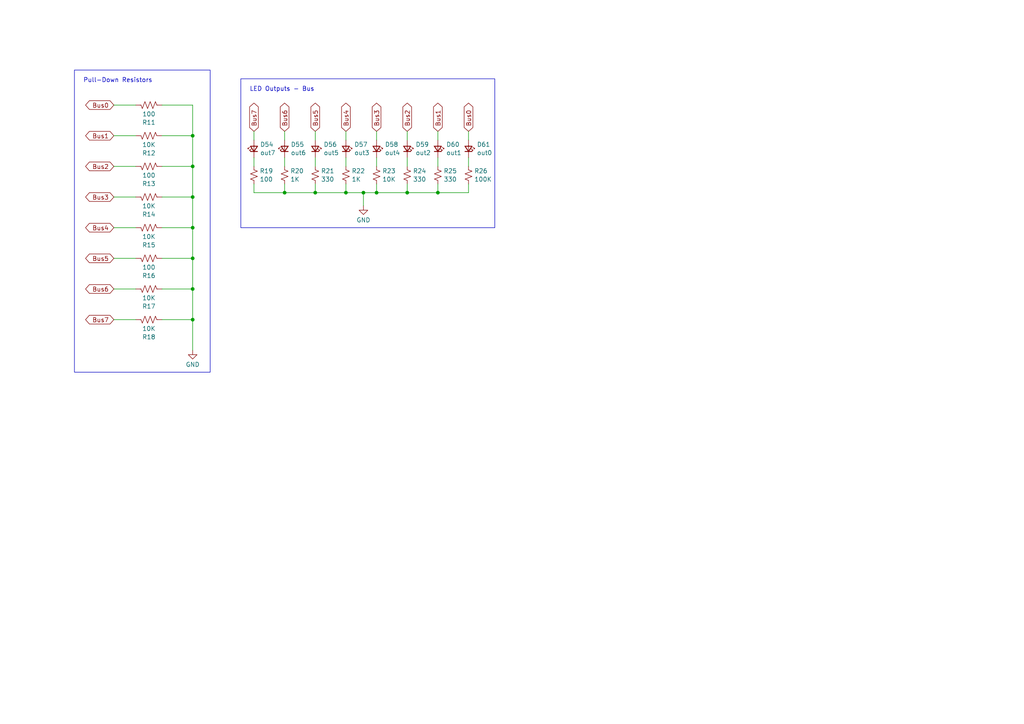
<source format=kicad_sch>
(kicad_sch (version 20230121) (generator eeschema)
  (paper "A4")
  (title_block (title "BUS") (date "2024-01-27") (rev "1.0"))
  (lib_symbols
    (symbol "Device:LED_Small" (pin_numbers hide) (pin_names (offset 0.254) hide)
      (property "Reference" "D" (at -1.27 3.175 0))
      (property "Value" "LED_Small" (at -4.445 -2.54 0))
      (symbol "LED_Small_0_1"
        (polyline (pts (xy -0.762 -1.016) (xy -0.762 1.016)) (stroke (width 0.254)))
        (polyline (pts (xy 1.016 0) (xy -0.762 0)))
        (polyline (pts (xy 0.762 -1.016) (xy -0.762 0) (xy 0.762 1.016) (xy 0.762 -1.016)) (stroke (width 0.254)))
        (polyline (pts (xy 0 0.762) (xy -0.508 1.27) (xy -0.254 1.27) (xy -0.508 1.27) (xy -0.508 1.016)))
        (polyline (pts (xy 0.508 1.27) (xy 0 1.778) (xy 0.254 1.778) (xy 0 1.778) (xy 0 1.524)))
      )
      (symbol "LED_Small_1_1"
        (pin passive line (at -2.54 0 0) (length 1.778) (name "K") (number "1"))
        (pin passive line (at 2.54 0 180) (length 1.778) (name "A") (number "2"))
      )
    )
    (symbol "Device:R_Small_US" (pin_numbers hide) (pin_names (offset 0.254) hide)
      (property "Reference" "R" (at 0.762 0.508 0))
      (property "Value" "R_Small_US" (at 0.762 -1.016 0))
      (symbol "R_Small_US_1_1"
        (polyline (pts (xy 0 0) (xy 1.016 -0.381) (xy 0 -0.762) (xy -1.016 -1.143) (xy 0 -1.524)))
        (polyline (pts (xy 0 1.524) (xy 1.016 1.143) (xy 0 0.762) (xy -1.016 0.381) (xy 0 0)))
        (pin passive line (at 0 2.54 270) (length 1.016) (name "~") (number "1"))
        (pin passive line (at 0 -2.54 90) (length 1.016) (name "~") (number "2"))
      )
    )
    (symbol "Device:R_US" (pin_numbers hide) (pin_names (offset 0))
      (property "Reference" "R" (at 2.54 0 90))
      (property "Value" "R_US" (at -2.54 0 90))
      (symbol "R_US_0_1"
        (polyline (pts (xy 0 -2.286) (xy 0 -2.54)))
        (polyline (pts (xy 0 2.286) (xy 0 2.54)))
        (polyline (pts (xy 0 -0.762) (xy 1.016 -1.143) (xy 0 -1.524) (xy -1.016 -1.905) (xy 0 -2.286)))
        (polyline (pts (xy 0 0.762) (xy 1.016 0.381) (xy 0 0) (xy -1.016 -0.381) (xy 0 -0.762)))
        (polyline (pts (xy 0 2.286) (xy 1.016 1.905) (xy 0 1.524) (xy -1.016 1.143) (xy 0 0.762)))
      )
      (symbol "R_US_1_1"
        (pin passive line (at 0 3.81 270) (length 1.27) (name "~") (number "1"))
        (pin passive line (at 0 -3.81 90) (length 1.27) (name "~") (number "2"))
      )
    )
    (symbol "power:GND" (power) (pin_names (offset 0))
      (property "Value" "GND" (at 0 -3.81 0))
      (symbol "GND_0_1"
        (polyline (pts (xy 0 0) (xy 0 -1.27) (xy 1.27 -1.27) (xy 0 -2.54) (xy -1.27 -1.27) (xy 0 -1.27)))
      )
      (symbol "GND_1_1"
        (pin power_in line (at 0 0 270) (length 0) hide (name "GND") (number "1"))
      )
    )
  )
  (junction (at 127 55.88))
  (junction (at 82.55 55.88))
  (junction (at 55.88 92.71))
  (junction (at 55.88 57.15))
  (junction (at 55.88 39.37))
  (junction (at 55.88 66.04))
  (junction (at 109.22 55.88))
  (junction (at 91.44 55.88))
  (junction (at 105.41 55.88))
  (junction (at 55.88 74.93))
  (junction (at 55.88 48.26))
  (junction (at 118.11 55.88))
  (junction (at 100.33 55.88))
  (junction (at 55.88 83.82))
  (wire (pts (xy 46.99 74.93) (xy 55.88 74.93)))
  (wire (pts (xy 46.99 39.37) (xy 55.88 39.37)))
  (wire (pts (xy 135.89 45.72) (xy 135.89 48.26)))
  (wire (pts (xy 91.44 55.88) (xy 100.33 55.88)))
  (wire (pts (xy 33.02 83.82) (xy 39.37 83.82)))
  (wire (pts (xy 73.66 38.1) (xy 73.66 40.64)))
  (wire (pts (xy 109.22 45.72) (xy 109.22 48.26)))
  (wire (pts (xy 118.11 55.88) (xy 127 55.88)))
  (wire (pts (xy 100.33 45.72) (xy 100.33 48.26)))
  (wire (pts (xy 55.88 30.48) (xy 55.88 39.37)))
  (wire (pts (xy 127 53.34) (xy 127 55.88)))
  (wire (pts (xy 33.02 74.93) (xy 39.37 74.93)))
  (wire (pts (xy 82.55 38.1) (xy 82.55 40.64)))
  (wire (pts (xy 100.33 53.34) (xy 100.33 55.88)))
  (wire (pts (xy 46.99 30.48) (xy 55.88 30.48)))
  (wire (pts (xy 55.88 66.04) (xy 55.88 74.93)))
  (wire (pts (xy 55.88 74.93) (xy 55.88 83.82)))
  (wire (pts (xy 100.33 55.88) (xy 105.41 55.88)))
  (wire (pts (xy 46.99 66.04) (xy 55.88 66.04)))
  (wire (pts (xy 46.99 57.15) (xy 55.88 57.15)))
  (wire (pts (xy 33.02 57.15) (xy 39.37 57.15)))
  (wire (pts (xy 33.02 92.71) (xy 39.37 92.71)))
  (wire (pts (xy 73.66 53.34) (xy 73.66 55.88)))
  (wire (pts (xy 91.44 45.72) (xy 91.44 48.26)))
  (wire (pts (xy 109.22 38.1) (xy 109.22 40.64)))
  (wire (pts (xy 46.99 83.82) (xy 55.88 83.82)))
  (wire (pts (xy 109.22 55.88) (xy 105.41 55.88)))
  (wire (pts (xy 100.33 38.1) (xy 100.33 40.64)))
  (wire (pts (xy 55.88 39.37) (xy 55.88 48.26)))
  (wire (pts (xy 135.89 55.88) (xy 127 55.88)))
  (wire (pts (xy 109.22 53.34) (xy 109.22 55.88)))
  (wire (pts (xy 33.02 30.48) (xy 39.37 30.48)))
  (wire (pts (xy 73.66 55.88) (xy 82.55 55.88)))
  (wire (pts (xy 55.88 48.26) (xy 55.88 57.15)))
  (wire (pts (xy 118.11 45.72) (xy 118.11 48.26)))
  (wire (pts (xy 91.44 38.1) (xy 91.44 40.64)))
  (wire (pts (xy 118.11 38.1) (xy 118.11 40.64)))
  (wire (pts (xy 109.22 55.88) (xy 118.11 55.88)))
  (wire (pts (xy 135.89 38.1) (xy 135.89 40.64)))
  (wire (pts (xy 82.55 53.34) (xy 82.55 55.88)))
  (wire (pts (xy 55.88 57.15) (xy 55.88 66.04)))
  (wire (pts (xy 82.55 45.72) (xy 82.55 48.26)))
  (wire (pts (xy 118.11 53.34) (xy 118.11 55.88)))
  (wire (pts (xy 33.02 66.04) (xy 39.37 66.04)))
  (wire (pts (xy 82.55 55.88) (xy 91.44 55.88)))
  (wire (pts (xy 135.89 53.34) (xy 135.89 55.88)))
  (wire (pts (xy 55.88 83.82) (xy 55.88 92.71)))
  (wire (pts (xy 55.88 92.71) (xy 55.88 101.6)))
  (wire (pts (xy 73.66 45.72) (xy 73.66 48.26)))
  (wire (pts (xy 91.44 53.34) (xy 91.44 55.88)))
  (wire (pts (xy 46.99 92.71) (xy 55.88 92.71)))
  (wire (pts (xy 33.02 39.37) (xy 39.37 39.37)))
  (wire (pts (xy 105.41 55.88) (xy 105.41 59.69)))
  (wire (pts (xy 33.02 48.26) (xy 39.37 48.26)))
  (wire (pts (xy 46.99 48.26) (xy 55.88 48.26)))
  (wire (pts (xy 127 38.1) (xy 127 40.64)))
  (wire (pts (xy 127 45.72) (xy 127 48.26)))
  (rectangle (start 21.59 20.32) (end 60.96 107.95))
  (rectangle (start 69.85 22.86) (end 143.51 66.04))
  (text "LED Outputs - Bus" (at 72.39 26.67 0) (effects (font (size 1.27 1.27)) (justify left bottom)))
  (text "Pull-Down Resistors" (at 24.13 24.13 0) (effects (font (size 1.27 1.27)) (justify left bottom)))
  (global_label "Bus4" (shape tri_state) (at 100.33 38.1 90) (property "Intersheetrefs" "${INTERSHEET_REFS}" (effects hide)))
  (global_label "Bus1" (shape tri_state) (at 33.02 39.37 180) (property "Intersheetrefs" "${INTERSHEET_REFS}" (effects hide)))
  (global_label "Bus3" (shape tri_state) (at 109.22 38.1 90) (property "Intersheetrefs" "${INTERSHEET_REFS}" (effects hide)))
  (global_label "Bus2" (shape tri_state) (at 33.02 48.26 180) (property "Intersheetrefs" "${INTERSHEET_REFS}" (effects hide)))
  (global_label "Bus7" (shape tri_state) (at 33.02 92.71 180) (property "Intersheetrefs" "${INTERSHEET_REFS}" (effects hide)))
  (global_label "Bus0" (shape tri_state) (at 33.02 30.48 180) (property "Intersheetrefs" "${INTERSHEET_REFS}" (effects hide)))
  (global_label "Bus7" (shape tri_state) (at 73.66 38.1 90) (property "Intersheetrefs" "${INTERSHEET_REFS}" (effects hide)))
  (global_label "Bus0" (shape tri_state) (at 135.89 38.1 90) (property "Intersheetrefs" "${INTERSHEET_REFS}" (effects hide)))
  (global_label "Bus4" (shape tri_state) (at 33.02 66.04 180) (property "Intersheetrefs" "${INTERSHEET_REFS}" (effects hide)))
  (global_label "Bus5" (shape tri_state) (at 91.44 38.1 90) (property "Intersheetrefs" "${INTERSHEET_REFS}" (effects hide)))
  (global_label "Bus5" (shape tri_state) (at 33.02 74.93 180) (property "Intersheetrefs" "${INTERSHEET_REFS}" (effects hide)))
  (global_label "Bus6" (shape tri_state) (at 82.55 38.1 90) (property "Intersheetrefs" "${INTERSHEET_REFS}" (effects hide)))
  (global_label "Bus6" (shape tri_state) (at 33.02 83.82 180) (property "Intersheetrefs" "${INTERSHEET_REFS}" (effects hide)))
  (global_label "Bus2" (shape tri_state) (at 118.11 38.1 90) (property "Intersheetrefs" "${INTERSHEET_REFS}" (effects hide)))
  (global_label "Bus3" (shape tri_state) (at 33.02 57.15 180) (property "Intersheetrefs" "${INTERSHEET_REFS}" (effects hide)))
  (global_label "Bus1" (shape tri_state) (at 127 38.1 90) (property "Intersheetrefs" "${INTERSHEET_REFS}" (effects hide)))
  (symbol (lib_id "Device:LED_Small") (at 109.22 43.18 270) (mirror x) (unit 1)
    (property "Reference" "D58" (at 111.633 41.9044 90) (effects (justify left)))
    (property "Value" "out4" (at 111.633 44.3286 90) (effects (justify left)))
    (property "Footprint" "LED_THT:LED_D5.0mm" (effects hide))
  )
  (symbol (lib_id "power:GND") (at 105.41 59.69 0) (unit 1)
    (property "Reference" "#PWR0153" (effects hide))
    (property "Value" "GND" (at 105.41 63.8231 0))
  )
  (symbol (lib_id "power:GND") (at 55.88 101.6 0) (unit 1)
    (property "Reference" "#PWR0152" (effects hide))
    (property "Value" "GND" (at 55.88 105.7331 0))
  )
  (symbol (lib_id "Device:R_Small_US") (at 91.44 50.8 0) (unit 1)
    (property "Reference" "R21" (at 93.091 49.5879 0) (effects (justify left)))
    (property "Value" "330" (at 93.091 52.0121 0) (effects (justify left)))
    (property "Footprint" "Resistor_THT:R_Axial_DIN0207_L6.3mm_D2.5mm_P7.62mm_Horizontal" (effects hide))
  )
  (symbol (lib_id "Device:R_US") (at 43.18 39.37 90) (mirror x) (unit 1)
    (property "Reference" "R12" (at 43.18 44.4033 90))
    (property "Value" "10K" (at 43.18 41.9791 90))
    (property "Footprint" "Resistor_THT:R_Axial_DIN0207_L6.3mm_D2.5mm_P7.62mm_Horizontal" (effects hide))
  )
  (symbol (lib_id "Device:R_US") (at 43.18 74.93 90) (mirror x) (unit 1)
    (property "Reference" "R16" (at 43.18 79.9633 90))
    (property "Value" "100" (at 43.18 77.5391 90))
    (property "Footprint" "Resistor_THT:R_Axial_DIN0207_L6.3mm_D2.5mm_P7.62mm_Horizontal" (effects hide))
  )
  (symbol (lib_id "Device:LED_Small") (at 135.89 43.18 270) (mirror x) (unit 1)
    (property "Reference" "D61" (at 138.303 41.9044 90) (effects (justify left)))
    (property "Value" "out0" (at 138.303 44.3286 90) (effects (justify left)))
    (property "Footprint" "LED_THT:LED_D5.0mm" (effects hide))
  )
  (symbol (lib_id "Device:R_Small_US") (at 118.11 50.8 0) (unit 1)
    (property "Reference" "R24" (at 119.761 49.5879 0) (effects (justify left)))
    (property "Value" "330" (at 119.761 52.0121 0) (effects (justify left)))
    (property "Footprint" "Resistor_THT:R_Axial_DIN0207_L6.3mm_D2.5mm_P7.62mm_Horizontal" (effects hide))
  )
  (symbol (lib_id "Device:LED_Small") (at 91.44 43.18 270) (mirror x) (unit 1)
    (property "Reference" "D56" (at 93.853 41.9044 90) (effects (justify left)))
    (property "Value" "out5" (at 93.853 44.3286 90) (effects (justify left)))
    (property "Footprint" "LED_THT:LED_D5.0mm" (effects hide))
  )
  (symbol (lib_id "Device:R_Small_US") (at 109.22 50.8 0) (unit 1)
    (property "Reference" "R23" (at 110.871 49.5879 0) (effects (justify left)))
    (property "Value" "10K" (at 110.871 52.0121 0) (effects (justify left)))
    (property "Footprint" "Resistor_THT:R_Axial_DIN0207_L6.3mm_D2.5mm_P7.62mm_Horizontal" (effects hide))
  )
  (symbol (lib_id "Device:R_US") (at 43.18 57.15 90) (mirror x) (unit 1)
    (property "Reference" "R14" (at 43.18 62.1833 90))
    (property "Value" "10K" (at 43.18 59.7591 90))
    (property "Footprint" "Resistor_THT:R_Axial_DIN0207_L6.3mm_D2.5mm_P7.62mm_Horizontal" (effects hide))
  )
  (symbol (lib_id "Device:R_US") (at 43.18 66.04 90) (mirror x) (unit 1)
    (property "Reference" "R15" (at 43.18 71.0733 90))
    (property "Value" "10K" (at 43.18 68.6491 90))
    (property "Footprint" "Resistor_THT:R_Axial_DIN0207_L6.3mm_D2.5mm_P7.62mm_Horizontal" (effects hide))
  )
  (symbol (lib_id "Device:LED_Small") (at 118.11 43.18 270) (mirror x) (unit 1)
    (property "Reference" "D59" (at 120.523 41.9044 90) (effects (justify left)))
    (property "Value" "out2" (at 120.523 44.3286 90) (effects (justify left)))
    (property "Footprint" "LED_THT:LED_D5.0mm" (effects hide))
  )
  (symbol (lib_id "Device:R_US") (at 43.18 30.48 90) (mirror x) (unit 1)
    (property "Reference" "R11" (at 43.18 35.5133 90))
    (property "Value" "100" (at 43.18 33.0891 90))
    (property "Footprint" "Resistor_THT:R_Axial_DIN0207_L6.3mm_D2.5mm_P7.62mm_Horizontal" (effects hide))
  )
  (symbol (lib_id "Device:R_Small_US") (at 100.33 50.8 0) (unit 1)
    (property "Reference" "R22" (at 101.981 49.5879 0) (effects (justify left)))
    (property "Value" "1K" (at 101.981 52.0121 0) (effects (justify left)))
    (property "Footprint" "Resistor_THT:R_Axial_DIN0207_L6.3mm_D2.5mm_P7.62mm_Horizontal" (effects hide))
  )
  (symbol (lib_id "Device:LED_Small") (at 127 43.18 270) (mirror x) (unit 1)
    (property "Reference" "D60" (at 129.413 41.9044 90) (effects (justify left)))
    (property "Value" "out1" (at 129.413 44.3286 90) (effects (justify left)))
    (property "Footprint" "LED_THT:LED_D5.0mm" (effects hide))
  )
  (symbol (lib_id "Device:LED_Small") (at 73.66 43.18 90) (unit 1)
    (property "Reference" "D54" (at 75.438 41.9044 90) (effects (justify right)))
    (property "Value" "out7" (at 75.438 44.3286 90) (effects (justify right)))
    (property "Footprint" "LED_THT:LED_D5.0mm" (effects hide))
  )
  (symbol (lib_id "Device:R_US") (at 43.18 83.82 90) (mirror x) (unit 1)
    (property "Reference" "R17" (at 43.18 88.8533 90))
    (property "Value" "10K" (at 43.18 86.4291 90))
    (property "Footprint" "Resistor_THT:R_Axial_DIN0207_L6.3mm_D2.5mm_P7.62mm_Horizontal" (effects hide))
  )
  (symbol (lib_id "Device:R_Small_US") (at 73.66 50.8 0) (unit 1)
    (property "Reference" "R19" (at 75.311 49.5879 0) (effects (justify left)))
    (property "Value" "100" (at 75.311 52.0121 0) (effects (justify left)))
    (property "Footprint" "Resistor_THT:R_Axial_DIN0207_L6.3mm_D2.5mm_P7.62mm_Horizontal" (effects hide))
  )
  (symbol (lib_id "Device:LED_Small") (at 100.33 43.18 270) (mirror x) (unit 1)
    (property "Reference" "D57" (at 102.743 41.9044 90) (effects (justify left)))
    (property "Value" "out3" (at 102.743 44.3286 90) (effects (justify left)))
    (property "Footprint" "LED_THT:LED_D5.0mm" (effects hide))
  )
  (symbol (lib_id "Device:R_Small_US") (at 127 50.8 0) (unit 1)
    (property "Reference" "R25" (at 128.651 49.5879 0) (effects (justify left)))
    (property "Value" "330" (at 128.651 52.0121 0) (effects (justify left)))
    (property "Footprint" "Resistor_THT:R_Axial_DIN0207_L6.3mm_D2.5mm_P7.62mm_Horizontal" (effects hide))
  )
  (symbol (lib_id "Device:R_Small_US") (at 135.89 50.8 0) (unit 1)
    (property "Reference" "R26" (at 137.541 49.5879 0) (effects (justify left)))
    (property "Value" "100K" (at 137.541 52.0121 0) (effects (justify left)))
    (property "Footprint" "Resistor_THT:R_Axial_DIN0207_L6.3mm_D2.5mm_P7.62mm_Horizontal" (effects hide))
  )
  (symbol (lib_id "Device:R_US") (at 43.18 92.71 90) (mirror x) (unit 1)
    (property "Reference" "R18" (at 43.18 97.7433 90))
    (property "Value" "10K" (at 43.18 95.3191 90))
    (property "Footprint" "Resistor_THT:R_Axial_DIN0207_L6.3mm_D2.5mm_P7.62mm_Horizontal" (effects hide))
  )
  (symbol (lib_id "Device:LED_Small") (at 82.55 43.18 90) (unit 1)
    (property "Reference" "D55" (at 84.328 41.9044 90) (effects (justify right)))
    (property "Value" "out6" (at 84.328 44.3286 90) (effects (justify right)))
    (property "Footprint" "LED_THT:LED_D5.0mm" (effects hide))
  )
  (symbol (lib_id "Device:R_Small_US") (at 82.55 50.8 0) (unit 1)
    (property "Reference" "R20" (at 84.201 49.5879 0) (effects (justify left)))
    (property "Value" "1K" (at 84.201 52.0121 0) (effects (justify left)))
    (property "Footprint" "Resistor_THT:R_Axial_DIN0207_L6.3mm_D2.5mm_P7.62mm_Horizontal" (effects hide))
  )
  (symbol (lib_id "Device:R_US") (at 43.18 48.26 90) (mirror x) (unit 1)
    (property "Reference" "R13" (at 43.18 53.2933 90))
    (property "Value" "100" (at 43.18 50.8691 90))
    (property "Footprint" "Resistor_THT:R_Axial_DIN0207_L6.3mm_D2.5mm_P7.62mm_Horizontal" (effects hide))
  )
)
</source>
